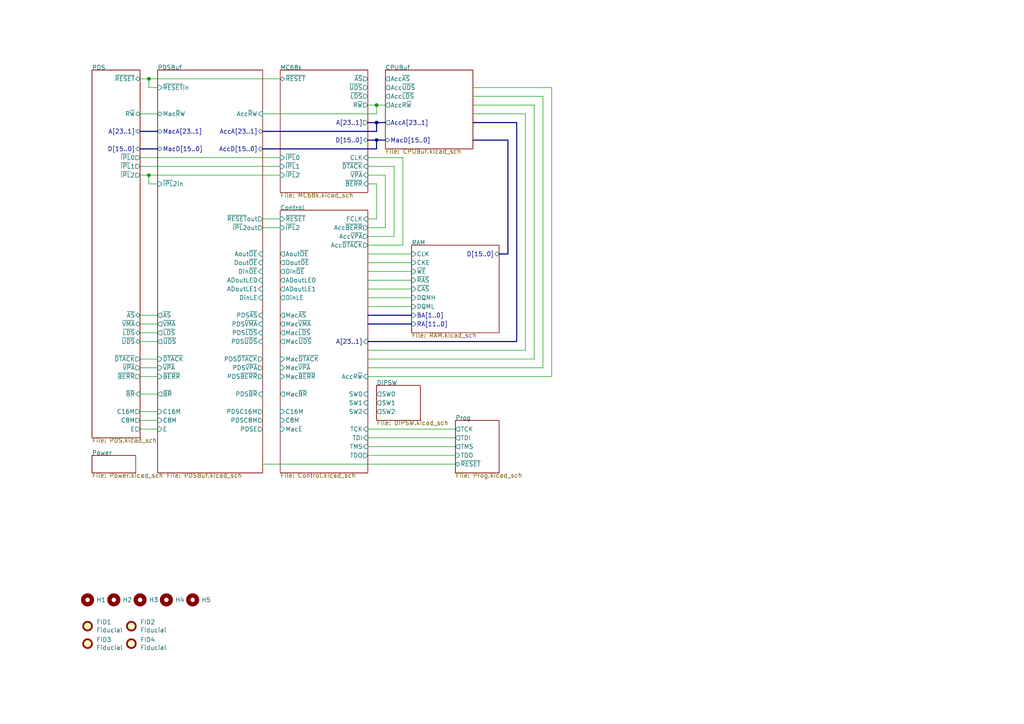
<source format=kicad_sch>
(kicad_sch (version 20211123) (generator eeschema)
  (paper "A4")
  (lib_symbols
    (symbol "Mechanical:Fiducial"
      (property "Reference" "FID" (at 0 5.08 0))
      (property "Value" "Fiducial" (at 0 3.175 0))
      (symbol "Fiducial_0_1"
        (circle (center 0 0) (radius 1.27) (stroke (width 0.508)) (fill (type background)))
      )
    )
    (symbol "Mechanical:MountingHole" (pin_names (offset 1.016))
      (property "Reference" "H" (at 0 5.08 0))
      (property "Value" "MountingHole" (at 0 3.175 0))
      (symbol "MountingHole_0_1"
        (circle (center 0 0) (radius 1.27) (stroke (width 1.27)))
      )
    )
  )
  (junction (at 109.22 30.48))
  (junction (at 109.22 35.56))
  (junction (at 43.18 22.86))
  (junction (at 43.18 50.8))
  (junction (at 109.22 40.64))
  (bus (pts (xy 76.2 43.18) (xy 109.22 43.18)))
  (bus (pts (xy 149.86 35.56) (xy 149.86 99.06)))
  (wire (pts (xy 106.68 101.6) (xy 152.4 101.6)))
  (wire (pts (xy 40.64 45.72) (xy 81.28 45.72)))
  (bus (pts (xy 144.78 73.66) (xy 147.32 73.66)))
  (wire (pts (xy 137.16 33.02) (xy 152.4 33.02)))
  (bus (pts (xy 137.16 40.64) (xy 147.32 40.64)))
  (wire (pts (xy 40.64 93.98) (xy 45.72 93.98)))
  (wire (pts (xy 116.84 71.12) (xy 106.68 71.12)))
  (wire (pts (xy 106.68 45.72) (xy 116.84 45.72)))
  (wire (pts (xy 40.64 99.06) (xy 45.72 99.06)))
  (wire (pts (xy 119.38 73.66) (xy 106.68 73.66)))
  (wire (pts (xy 43.18 22.86) (xy 43.18 25.4)))
  (wire (pts (xy 106.68 106.68) (xy 157.48 106.68)))
  (bus (pts (xy 147.32 73.66) (xy 147.32 40.64)))
  (wire (pts (xy 137.16 30.48) (xy 154.94 30.48)))
  (wire (pts (xy 137.16 27.94) (xy 157.48 27.94)))
  (wire (pts (xy 40.64 104.14) (xy 45.72 104.14)))
  (wire (pts (xy 43.18 50.8) (xy 43.18 53.34)))
  (wire (pts (xy 106.68 132.08) (xy 132.08 132.08)))
  (wire (pts (xy 43.18 50.8) (xy 81.28 50.8)))
  (wire (pts (xy 76.2 33.02) (xy 109.22 33.02)))
  (wire (pts (xy 40.64 106.68) (xy 45.72 106.68)))
  (wire (pts (xy 76.2 63.5) (xy 81.28 63.5)))
  (wire (pts (xy 116.84 45.72) (xy 116.84 71.12)))
  (bus (pts (xy 106.68 35.56) (xy 109.22 35.56)))
  (bus (pts (xy 106.68 93.98) (xy 119.38 93.98)))
  (wire (pts (xy 40.64 22.86) (xy 43.18 22.86)))
  (wire (pts (xy 119.38 76.2) (xy 106.68 76.2)))
  (wire (pts (xy 109.22 63.5) (xy 109.22 53.34)))
  (bus (pts (xy 137.16 35.56) (xy 149.86 35.56)))
  (wire (pts (xy 76.2 134.62) (xy 132.08 134.62)))
  (wire (pts (xy 111.76 66.04) (xy 106.68 66.04)))
  (wire (pts (xy 40.64 96.52) (xy 45.72 96.52)))
  (wire (pts (xy 40.64 91.44) (xy 45.72 91.44)))
  (wire (pts (xy 114.3 68.58) (xy 114.3 48.26)))
  (wire (pts (xy 43.18 25.4) (xy 45.72 25.4)))
  (wire (pts (xy 40.64 114.3) (xy 45.72 114.3)))
  (wire (pts (xy 40.64 124.46) (xy 45.72 124.46)))
  (wire (pts (xy 106.68 81.28) (xy 119.38 81.28)))
  (bus (pts (xy 40.64 43.18) (xy 45.72 43.18)))
  (wire (pts (xy 160.02 25.4) (xy 160.02 109.22)))
  (wire (pts (xy 40.64 48.26) (xy 81.28 48.26)))
  (wire (pts (xy 109.22 30.48) (xy 111.76 30.48)))
  (wire (pts (xy 43.18 22.86) (xy 81.28 22.86)))
  (wire (pts (xy 106.68 63.5) (xy 109.22 63.5)))
  (wire (pts (xy 76.2 66.04) (xy 81.28 66.04)))
  (wire (pts (xy 106.68 124.46) (xy 132.08 124.46)))
  (wire (pts (xy 152.4 33.02) (xy 152.4 101.6)))
  (bus (pts (xy 106.68 40.64) (xy 109.22 40.64)))
  (wire (pts (xy 109.22 30.48) (xy 109.22 33.02)))
  (wire (pts (xy 106.68 104.14) (xy 154.94 104.14)))
  (wire (pts (xy 106.68 109.22) (xy 160.02 109.22)))
  (wire (pts (xy 40.64 119.38) (xy 45.72 119.38)))
  (wire (pts (xy 106.68 30.48) (xy 109.22 30.48)))
  (wire (pts (xy 40.64 121.92) (xy 45.72 121.92)))
  (bus (pts (xy 109.22 40.64) (xy 111.76 40.64)))
  (bus (pts (xy 109.22 35.56) (xy 111.76 35.56)))
  (wire (pts (xy 106.68 68.58) (xy 114.3 68.58)))
  (bus (pts (xy 109.22 40.64) (xy 109.22 43.18)))
  (bus (pts (xy 40.64 38.1) (xy 45.72 38.1)))
  (wire (pts (xy 40.64 33.02) (xy 45.72 33.02)))
  (wire (pts (xy 106.68 129.54) (xy 132.08 129.54)))
  (wire (pts (xy 137.16 25.4) (xy 160.02 25.4)))
  (wire (pts (xy 43.18 53.34) (xy 45.72 53.34)))
  (wire (pts (xy 157.48 106.68) (xy 157.48 27.94)))
  (wire (pts (xy 106.68 78.74) (xy 119.38 78.74)))
  (wire (pts (xy 40.64 50.8) (xy 43.18 50.8)))
  (wire (pts (xy 114.3 48.26) (xy 106.68 48.26)))
  (wire (pts (xy 119.38 83.82) (xy 106.68 83.82)))
  (bus (pts (xy 106.68 99.06) (xy 149.86 99.06)))
  (bus (pts (xy 106.68 91.44) (xy 119.38 91.44)))
  (wire (pts (xy 106.68 50.8) (xy 111.76 50.8)))
  (bus (pts (xy 109.22 35.56) (xy 109.22 38.1)))
  (bus (pts (xy 76.2 38.1) (xy 109.22 38.1)))
  (wire (pts (xy 106.68 86.36) (xy 119.38 86.36)))
  (wire (pts (xy 154.94 30.48) (xy 154.94 104.14)))
  (wire (pts (xy 109.22 53.34) (xy 106.68 53.34)))
  (wire (pts (xy 40.64 109.22) (xy 45.72 109.22)))
  (wire (pts (xy 111.76 50.8) (xy 111.76 66.04)))
  (wire (pts (xy 106.68 127) (xy 132.08 127)))
  (wire (pts (xy 106.68 88.9) (xy 119.38 88.9)))
  (symbol (lib_id "Mechanical:MountingHole") (at 55.88 173.99 0) (unit 1)
    (property "Reference" "H5" (at 58.42 173.99 0) (effects (justify left)))
    (property "Value" " " (at 58.42 175.006 0) (effects (justify left)))
    (property "Footprint" "stdpads:PasteHole_1.152mm_NPTH" (effects hide))
  )
  (symbol (lib_id "Mechanical:Fiducial") (at 25.4 181.61 0) (unit 1)
    (property "Reference" "FID1" (at 27.94 180.4416 0) (effects (justify left)))
    (property "Value" "Fiducial" (at 27.94 182.753 0) (effects (justify left)))
    (property "Footprint" "stdpads:Fiducial" (effects hide))
  )
  (symbol (lib_id "Mechanical:Fiducial") (at 38.1 181.61 0) (unit 1)
    (property "Reference" "FID2" (at 40.64 180.4416 0) (effects (justify left)))
    (property "Value" "Fiducial" (at 40.64 182.753 0) (effects (justify left)))
    (property "Footprint" "stdpads:Fiducial" (effects hide))
  )
  (symbol (lib_id "Mechanical:Fiducial") (at 25.4 186.69 0) (unit 1)
    (property "Reference" "FID3" (at 27.94 185.5216 0) (effects (justify left)))
    (property "Value" "Fiducial" (at 27.94 187.833 0) (effects (justify left)))
    (property "Footprint" "stdpads:Fiducial" (effects hide))
  )
  (symbol (lib_id "Mechanical:Fiducial") (at 38.1 186.69 0) (unit 1)
    (property "Reference" "FID4" (at 40.64 185.5216 0) (effects (justify left)))
    (property "Value" "Fiducial" (at 40.64 187.833 0) (effects (justify left)))
    (property "Footprint" "stdpads:Fiducial" (effects hide))
  )
  (symbol (lib_id "Mechanical:MountingHole") (at 25.4 173.99 0) (unit 1)
    (property "Reference" "H1" (at 27.94 173.99 0) (effects (justify left)))
    (property "Value" " " (at 27.94 175.006 0) (effects (justify left)))
    (property "Footprint" "stdpads:PasteHole_1.152mm_NPTH" (effects hide))
  )
  (symbol (lib_id "Mechanical:MountingHole") (at 33.02 173.99 0) (unit 1)
    (property "Reference" "H2" (at 35.56 173.99 0) (effects (justify left)))
    (property "Value" " " (at 35.56 175.006 0) (effects (justify left)))
    (property "Footprint" "stdpads:PasteHole_1.152mm_NPTH" (effects hide))
  )
  (symbol (lib_id "Mechanical:MountingHole") (at 40.64 173.99 0) (unit 1)
    (property "Reference" "H3" (at 43.18 173.99 0) (effects (justify left)))
    (property "Value" " " (at 43.18 175.006 0) (effects (justify left)))
    (property "Footprint" "stdpads:PasteHole_1.152mm_NPTH" (effects hide))
  )
  (symbol (lib_id "Mechanical:MountingHole") (at 48.26 173.99 0) (unit 1)
    (property "Reference" "H4" (at 50.8 173.99 0) (effects (justify left)))
    (property "Value" " " (at 50.8 175.006 0) (effects (justify left)))
    (property "Footprint" "stdpads:PasteHole_1.152mm_NPTH" (effects hide))
  )
  (sheet (at 26.67 20.32) (size 13.97 106.68)
    (property "Sheet name" "PDS" (at 26.67 20.32 0) (effects (justify left bottom)))
    (property "Sheet file" "PDS.kicad_sch" (at 26.67 127 0) (effects (justify left top)))
    (pin "A[23..1]" bidirectional (at 40.64 38.1 0))
    (pin "D[15..0]" bidirectional (at 40.64 43.18 0))
    (pin "~{AS}" bidirectional (at 40.64 91.44 0))
    (pin "~{LDS}" bidirectional (at 40.64 96.52 0))
    (pin "~{UDS}" bidirectional (at 40.64 99.06 0))
    (pin "R~{W}" bidirectional (at 40.64 33.02 0))
    (pin "~{VMA}" bidirectional (at 40.64 93.98 0))
    (pin "~{VPA}" output (at 40.64 106.68 0))
    (pin "~{DTACK}" output (at 40.64 104.14 0))
    (pin "~{RESET}" bidirectional (at 40.64 22.86 0))
    (pin "~{IPL}0" output (at 40.64 45.72 0))
    (pin "~{IPL}1" output (at 40.64 48.26 0))
    (pin "~{IPL}2" output (at 40.64 50.8 0))
    (pin "~{BERR}" output (at 40.64 109.22 0))
    (pin "E" output (at 40.64 124.46 0))
    (pin "C8M" output (at 40.64 121.92 0))
    (pin "C16M" output (at 40.64 119.38 0))
    (pin "~{BR}" input (at 40.64 114.3 0))
  )
  (sheet (at 81.28 60.96) (size 25.4 76.2)
    (property "Sheet name" "Control" (at 81.28 60.96 0) (effects (justify left bottom)))
    (property "Sheet file" "Control.kicad_sch" (at 81.28 137.16 0) (effects (justify left top)))
    (pin "~{RESET}" input (at 81.28 63.5 180))
    (pin "FCLK" input (at 106.68 63.5 0))
    (pin "Mac~{AS}" output (at 81.28 91.44 180))
    (pin "Mac~{VMA}" output (at 81.28 93.98 180))
    (pin "Mac~{DTACK}" input (at 81.28 104.14 180))
    (pin "Mac~{VPA}" input (at 81.28 106.68 180))
    (pin "Mac~{BERR}" input (at 81.28 109.22 180))
    (pin "MacE" input (at 81.28 124.46 180))
    (pin "C8M" input (at 81.28 121.92 180))
    (pin "C16M" input (at 81.28 119.38 180))
    (pin "Acc~{DTACK}" output (at 106.68 71.12 0))
    (pin "Acc~{BERR}" output (at 106.68 66.04 0))
    (pin "Mac~{UDS}" output (at 81.28 99.06 180))
    (pin "Mac~{LDS}" output (at 81.28 96.52 180))
    (pin "Acc~{VPA}" output (at 106.68 68.58 0))
    (pin "AccR~{W}" input (at 106.68 109.22 0))
    (pin "DinLE" output (at 81.28 86.36 180))
    (pin "Dout~{OE}" output (at 81.28 76.2 180))
    (pin "Aout~{OE}" output (at 81.28 73.66 180))
    (pin "Din~{OE}" output (at 81.28 78.74 180))
    (pin "A[23..1]" input (at 106.68 99.06 0))
    (pin "ADoutLE0" output (at 81.28 81.28 180))
    (pin "ADoutLE1" output (at 81.28 83.82 180))
    (pin "SW0" input (at 106.68 114.3 0))
    (pin "SW1" input (at 106.68 116.84 0))
    (pin "TDI" input (at 106.68 127 0))
    (pin "TMS" input (at 106.68 129.54 0))
    (pin "TCK" input (at 106.68 124.46 0))
    (pin "TDO" output (at 106.68 132.08 0))
    (pin "SW2" input (at 106.68 119.38 0))
    (pin "Mac~{BR}" output (at 81.28 114.3 180))
    (pin "~{IPL}2" input (at 81.28 66.04 180))
  )
  (sheet (at 119.38 71.12) (size 25.4 25.4)
    (property "Sheet name" "RAM" (at 119.38 71.12 0) (effects (justify left bottom)))
    (property "Sheet file" "RAM.kicad_sch" (at 119.38 96.52 0) (effects (justify left top)))
    (pin "~{RAS}" input (at 119.38 81.28 180))
    (pin "D[15..0]" bidirectional (at 144.78 73.66 0))
    (pin "~{CAS}" input (at 119.38 83.82 180))
    (pin "RA[11..0]" input (at 119.38 93.98 180))
    (pin "~{WE}" input (at 119.38 78.74 180))
    (pin "DQMH" input (at 119.38 86.36 180))
    (pin "DQML" input (at 119.38 88.9 180))
    (pin "CKE" input (at 119.38 76.2 180))
    (pin "CLK" input (at 119.38 73.66 180))
    (pin "BA[1..0]" input (at 119.38 91.44 180))
  )
  (sheet (at 81.28 20.32) (size 25.4 35.56)
    (property "Sheet name" "MC68k" (at 81.28 20.32 0) (effects (justify left bottom)))
    (property "Sheet file" "MC68k.kicad_sch" (at 81.28 55.88 0) (effects (justify left top)))
    (pin "A[23..1]" output (at 106.68 35.56 0))
    (pin "D[15..0]" bidirectional (at 106.68 40.64 0))
    (pin "~{AS}" output (at 106.68 22.86 0))
    (pin "R~{W}" output (at 106.68 30.48 0))
    (pin "~{LDS}" output (at 106.68 27.94 0))
    (pin "~{UDS}" output (at 106.68 25.4 0))
    (pin "~{DTACK}" input (at 106.68 48.26 0))
    (pin "~{VPA}" input (at 106.68 50.8 0))
    (pin "~{RESET}" bidirectional (at 81.28 22.86 180))
    (pin "~{BERR}" input (at 106.68 53.34 0))
    (pin "~{IPL}0" input (at 81.28 45.72 180))
    (pin "~{IPL}1" input (at 81.28 48.26 180))
    (pin "~{IPL}2" input (at 81.28 50.8 180))
    (pin "CLK" input (at 106.68 45.72 0))
  )
  (sheet (at 45.72 20.32) (size 30.48 116.84)
    (property "Sheet name" "PDSBuf" (at 45.72 20.32 0) (effects (justify left bottom)))
    (property "Sheet file" "PDSBuf.kicad_sch" (at 48.26 137.16 0) (effects (justify left top)))
    (pin "AccA[23..1]" bidirectional (at 76.2 38.1 0))
    (pin "MacA[23..1]" bidirectional (at 45.72 38.1 180))
    (pin "AccD[15..0]" bidirectional (at 76.2 43.18 0))
    (pin "MacD[15..0]" bidirectional (at 45.72 43.18 180))
    (pin "Dout~{OE}" input (at 76.2 76.2 0))
    (pin "Din~{OE}" input (at 76.2 78.74 0))
    (pin "DinLE" input (at 76.2 86.36 0))
    (pin "Aout~{OE}" input (at 76.2 73.66 0))
    (pin "Mac~{R}W" tri_state (at 45.72 33.02 180))
    (pin "Acc~{R}W" input (at 76.2 33.02 0))
    (pin "ADoutLE0" input (at 76.2 81.28 0))
    (pin "ADoutLE1" input (at 76.2 83.82 0))
    (pin "PDS~{VMA}" input (at 76.2 93.98 0))
    (pin "PDS~{AS}" input (at 76.2 91.44 0))
    (pin "PDS~{DTACK}" output (at 76.2 104.14 0))
    (pin "PDS~{LDS}" input (at 76.2 96.52 0))
    (pin "PDS~{BERR}" output (at 76.2 109.22 0))
    (pin "PDS~{UDS}" input (at 76.2 99.06 0))
    (pin "PDS~{VPA}" output (at 76.2 106.68 0))
    (pin "~{BR}" output (at 45.72 114.3 180))
    (pin "~{RESET}in" input (at 45.72 25.4 180))
    (pin "~{IPL}2in" input (at 45.72 53.34 180))
    (pin "~{IPL}2out" output (at 76.2 66.04 0))
    (pin "~{RESET}out" output (at 76.2 63.5 0))
    (pin "PDS~{BR}" input (at 76.2 114.3 0))
    (pin "~{VMA}" output (at 45.72 93.98 180))
    (pin "~{DTACK}" input (at 45.72 104.14 180))
    (pin "~{BERR}" input (at 45.72 109.22 180))
    (pin "~{VPA}" input (at 45.72 106.68 180))
    (pin "~{AS}" output (at 45.72 91.44 180))
    (pin "~{LDS}" output (at 45.72 96.52 180))
    (pin "~{UDS}" output (at 45.72 99.06 180))
    (pin "PDSC8M" output (at 76.2 121.92 0))
    (pin "PDSE" output (at 76.2 124.46 0))
    (pin "PDSC16M" output (at 76.2 119.38 0))
    (pin "C8M" input (at 45.72 121.92 180))
    (pin "E" input (at 45.72 124.46 180))
    (pin "C16M" input (at 45.72 119.38 180))
  )
  (sheet (at 109.22 111.76) (size 12.7 10.16)
    (property "Sheet name" "DIPSW" (at 109.22 111.76 0) (effects (justify left bottom)))
    (property "Sheet file" "DIPSW.kicad_sch" (at 109.22 121.92 0) (effects (justify left top)))
    (pin "SW0" output (at 109.22 114.3 180))
    (pin "SW1" output (at 109.22 116.84 180))
    (pin "SW2" output (at 109.22 119.38 180))
  )
  (sheet (at 132.08 121.92) (size 12.7 15.24)
    (property "Sheet name" "Prog" (at 132.08 121.92 0) (effects (justify left bottom)))
    (property "Sheet file" "Prog.kicad_sch" (at 132.08 137.16 0) (effects (justify left top)))
    (pin "TCK" output (at 132.08 124.46 180))
    (pin "TDI" output (at 132.08 127 180))
    (pin "TMS" output (at 132.08 129.54 180))
    (pin "TDO" input (at 132.08 132.08 180))
    (pin "~{RESET}" tri_state (at 132.08 134.62 180))
  )
  (sheet (at 26.67 132.08) (size 12.7 5.08)
    (property "Sheet name" "Power" (at 26.67 132.08 0) (effects (justify left bottom)))
    (property "Sheet file" "Power.kicad_sch" (at 26.67 137.16 0) (effects (justify left top)))
  )
  (sheet (at 111.76 20.32) (size 25.4 22.86) (stroke (width 0.1524))
    (property "Sheet name" "CPUBuf" (at 111.76 20.32 0) (effects (justify left bottom)))
    (property "Sheet file" "CPUBuf.kicad_sch" (at 111.76 43.18 0) (effects (justify left top)))
    (pin "MacD[15..0]" bidirectional (at 111.76 40.64 180))
    (pin "AccA[23..1]" output (at 111.76 35.56 180))
    (pin "Acc~{AS}" output (at 111.76 22.86 180))
    (pin "Acc~{UDS}" output (at 111.76 25.4 180))
    (pin "Acc~{LDS}" output (at 111.76 27.94 180))
    (pin "AccR~{W}" output (at 111.76 30.48 180))
  )
)
</source>
